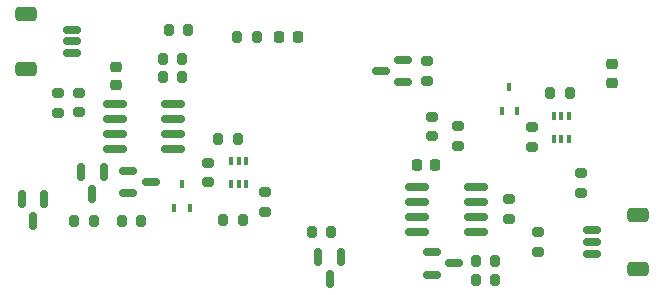
<source format=gbr>
%TF.GenerationSoftware,KiCad,Pcbnew,7.0.6-0*%
%TF.CreationDate,2024-05-28T13:41:10+12:00*%
%TF.ProjectId,BMSladderLeaf,424d536c-6164-4646-9572-4c6561662e6b,rev?*%
%TF.SameCoordinates,Original*%
%TF.FileFunction,Paste,Top*%
%TF.FilePolarity,Positive*%
%FSLAX46Y46*%
G04 Gerber Fmt 4.6, Leading zero omitted, Abs format (unit mm)*
G04 Created by KiCad (PCBNEW 7.0.6-0) date 2024-05-28 13:41:10*
%MOMM*%
%LPD*%
G01*
G04 APERTURE LIST*
G04 Aperture macros list*
%AMRoundRect*
0 Rectangle with rounded corners*
0 $1 Rounding radius*
0 $2 $3 $4 $5 $6 $7 $8 $9 X,Y pos of 4 corners*
0 Add a 4 corners polygon primitive as box body*
4,1,4,$2,$3,$4,$5,$6,$7,$8,$9,$2,$3,0*
0 Add four circle primitives for the rounded corners*
1,1,$1+$1,$2,$3*
1,1,$1+$1,$4,$5*
1,1,$1+$1,$6,$7*
1,1,$1+$1,$8,$9*
0 Add four rect primitives between the rounded corners*
20,1,$1+$1,$2,$3,$4,$5,0*
20,1,$1+$1,$4,$5,$6,$7,0*
20,1,$1+$1,$6,$7,$8,$9,0*
20,1,$1+$1,$8,$9,$2,$3,0*%
G04 Aperture macros list end*
%ADD10RoundRect,0.225000X0.250000X-0.225000X0.250000X0.225000X-0.250000X0.225000X-0.250000X-0.225000X0*%
%ADD11R,0.450000X0.700000*%
%ADD12R,0.400000X0.650000*%
%ADD13RoundRect,0.150000X-0.150000X0.587500X-0.150000X-0.587500X0.150000X-0.587500X0.150000X0.587500X0*%
%ADD14RoundRect,0.200000X-0.200000X-0.275000X0.200000X-0.275000X0.200000X0.275000X-0.200000X0.275000X0*%
%ADD15RoundRect,0.200000X0.200000X0.275000X-0.200000X0.275000X-0.200000X-0.275000X0.200000X-0.275000X0*%
%ADD16RoundRect,0.200000X-0.275000X0.200000X-0.275000X-0.200000X0.275000X-0.200000X0.275000X0.200000X0*%
%ADD17RoundRect,0.150000X-0.825000X-0.150000X0.825000X-0.150000X0.825000X0.150000X-0.825000X0.150000X0*%
%ADD18RoundRect,0.218750X-0.218750X-0.256250X0.218750X-0.256250X0.218750X0.256250X-0.218750X0.256250X0*%
%ADD19RoundRect,0.150000X-0.625000X0.150000X-0.625000X-0.150000X0.625000X-0.150000X0.625000X0.150000X0*%
%ADD20RoundRect,0.250000X-0.650000X0.350000X-0.650000X-0.350000X0.650000X-0.350000X0.650000X0.350000X0*%
%ADD21RoundRect,0.200000X0.275000X-0.200000X0.275000X0.200000X-0.275000X0.200000X-0.275000X-0.200000X0*%
%ADD22RoundRect,0.150000X-0.587500X-0.150000X0.587500X-0.150000X0.587500X0.150000X-0.587500X0.150000X0*%
%ADD23RoundRect,0.225000X-0.225000X-0.250000X0.225000X-0.250000X0.225000X0.250000X-0.225000X0.250000X0*%
%ADD24RoundRect,0.150000X0.587500X0.150000X-0.587500X0.150000X-0.587500X-0.150000X0.587500X-0.150000X0*%
%ADD25RoundRect,0.150000X0.625000X-0.150000X0.625000X0.150000X-0.625000X0.150000X-0.625000X-0.150000X0*%
%ADD26RoundRect,0.250000X0.650000X-0.350000X0.650000X0.350000X-0.650000X0.350000X-0.650000X-0.350000X0*%
%ADD27RoundRect,0.218750X0.256250X-0.218750X0.256250X0.218750X-0.256250X0.218750X-0.256250X-0.218750X0*%
G04 APERTURE END LIST*
D10*
%TO.C,C1*%
X24200000Y-108175000D03*
X24200000Y-106625000D03*
%TD*%
D11*
%TO.C,D2*%
X29150000Y-118600000D03*
X30450000Y-118600000D03*
X29800000Y-116600000D03*
%TD*%
D12*
%TO.C,Q1*%
X35250000Y-114650000D03*
X34600000Y-114650000D03*
X33950000Y-114650000D03*
X33950000Y-116550000D03*
X34600000Y-116550000D03*
X35250000Y-116550000D03*
%TD*%
D13*
%TO.C,Q2*%
X18150000Y-117862500D03*
X16250000Y-117862500D03*
X17200000Y-119737500D03*
%TD*%
D14*
%TO.C,R1*%
X33275000Y-119600000D03*
X34925000Y-119600000D03*
%TD*%
D15*
%TO.C,R2*%
X30325000Y-103500000D03*
X28675000Y-103500000D03*
%TD*%
D14*
%TO.C,R4*%
X28175000Y-107500000D03*
X29825000Y-107500000D03*
%TD*%
D16*
%TO.C,R8*%
X32000000Y-114775000D03*
X32000000Y-116425000D03*
%TD*%
D15*
%TO.C,R9*%
X34525000Y-112800000D03*
X32875000Y-112800000D03*
%TD*%
%TO.C,R10*%
X26337500Y-119700000D03*
X24687500Y-119700000D03*
%TD*%
%TO.C,R11*%
X22325000Y-119700000D03*
X20675000Y-119700000D03*
%TD*%
D17*
%TO.C,U2*%
X24125000Y-109795000D03*
X24125000Y-111065000D03*
X24125000Y-112335000D03*
X24125000Y-113605000D03*
X29075000Y-113605000D03*
X29075000Y-112335000D03*
X29075000Y-111065000D03*
X29075000Y-109795000D03*
%TD*%
D13*
%TO.C,Q3*%
X23150000Y-115562500D03*
X21250000Y-115562500D03*
X22200000Y-117437500D03*
%TD*%
D16*
%TO.C,R12*%
X21100000Y-108862500D03*
X21100000Y-110512500D03*
%TD*%
%TO.C,R6*%
X36800000Y-117275000D03*
X36800000Y-118925000D03*
%TD*%
D18*
%TO.C,D1*%
X38012500Y-104100000D03*
X39587500Y-104100000D03*
%TD*%
D15*
%TO.C,R3*%
X29825000Y-106000000D03*
X28175000Y-106000000D03*
%TD*%
D19*
%TO.C,J2*%
X20500000Y-103500000D03*
X20500000Y-104500000D03*
X20500000Y-105500000D03*
D20*
X16625000Y-102200000D03*
X16625000Y-106800000D03*
%TD*%
D21*
%TO.C,R13*%
X19300000Y-110525000D03*
X19300000Y-108875000D03*
%TD*%
D22*
%TO.C,U1*%
X25262500Y-115450000D03*
X25262500Y-117350000D03*
X27137500Y-116400000D03*
%TD*%
D14*
%TO.C,R5*%
X34475000Y-104100000D03*
X36125000Y-104100000D03*
%TD*%
D23*
%TO.C,C2*%
X49650000Y-115000000D03*
X51200000Y-115000000D03*
%TD*%
D17*
%TO.C,U4*%
X49725000Y-116795000D03*
X49725000Y-118065000D03*
X49725000Y-119335000D03*
X49725000Y-120605000D03*
X54675000Y-120605000D03*
X54675000Y-119335000D03*
X54675000Y-118065000D03*
X54675000Y-116795000D03*
%TD*%
D14*
%TO.C,R16*%
X54675000Y-123100000D03*
X56325000Y-123100000D03*
%TD*%
D13*
%TO.C,Q6*%
X43250000Y-122762500D03*
X41350000Y-122762500D03*
X42300000Y-124637500D03*
%TD*%
D11*
%TO.C,D4*%
X56850000Y-110400000D03*
X58150000Y-110400000D03*
X57500000Y-108400000D03*
%TD*%
D12*
%TO.C,Q4*%
X62550000Y-110850000D03*
X61900000Y-110850000D03*
X61250000Y-110850000D03*
X61250000Y-112750000D03*
X61900000Y-112750000D03*
X62550000Y-112750000D03*
%TD*%
D21*
%TO.C,R24*%
X50500000Y-107825000D03*
X50500000Y-106175000D03*
%TD*%
%TO.C,R17*%
X59400000Y-113425000D03*
X59400000Y-111775000D03*
%TD*%
D15*
%TO.C,R15*%
X56325000Y-124700000D03*
X54675000Y-124700000D03*
%TD*%
D24*
%TO.C,Q5*%
X48537500Y-107950000D03*
X48537500Y-106050000D03*
X46662500Y-107000000D03*
%TD*%
D16*
%TO.C,R14*%
X53200000Y-111675000D03*
X53200000Y-113325000D03*
%TD*%
D25*
%TO.C,J8*%
X64500000Y-122500000D03*
X64500000Y-121500000D03*
X64500000Y-120500000D03*
D26*
X68375000Y-123800000D03*
X68375000Y-119200000D03*
%TD*%
D27*
%TO.C,D3*%
X66200000Y-107987500D03*
X66200000Y-106412500D03*
%TD*%
D16*
%TO.C,R22*%
X57500000Y-117875000D03*
X57500000Y-119525000D03*
%TD*%
D15*
%TO.C,R21*%
X62625000Y-108900000D03*
X60975000Y-108900000D03*
%TD*%
D14*
%TO.C,R25*%
X40775000Y-120600000D03*
X42425000Y-120600000D03*
%TD*%
D21*
%TO.C,R18*%
X63600000Y-117300000D03*
X63600000Y-115650000D03*
%TD*%
D22*
%TO.C,U3*%
X50962500Y-122350000D03*
X50962500Y-124250000D03*
X52837500Y-123300000D03*
%TD*%
D16*
%TO.C,R19*%
X59900000Y-120675000D03*
X59900000Y-122325000D03*
%TD*%
D21*
%TO.C,R23*%
X51000000Y-112525000D03*
X51000000Y-110875000D03*
%TD*%
M02*

</source>
